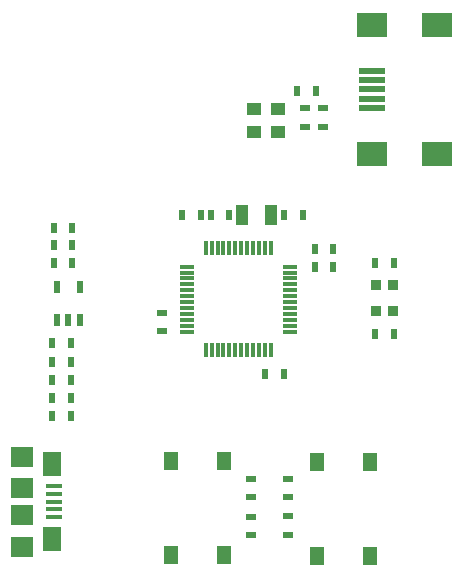
<source format=gtp>
G04*
G04 #@! TF.GenerationSoftware,Altium Limited,Altium Designer,18.1.5 (160)*
G04*
G04 Layer_Color=8421504*
%FSLAX25Y25*%
%MOIN*%
G70*
G01*
G75*
%ADD16R,0.09843X0.07874*%
%ADD17R,0.09055X0.02165*%
%ADD18R,0.03937X0.07087*%
%ADD19R,0.01968X0.03543*%
%ADD20R,0.02362X0.04331*%
%ADD21R,0.05118X0.06102*%
%ADD22R,0.01181X0.04724*%
%ADD23R,0.04724X0.01181*%
%ADD24R,0.05315X0.01575*%
%ADD25R,0.07480X0.07087*%
%ADD26R,0.06299X0.08268*%
%ADD27R,0.03543X0.01968*%
%ADD28R,0.03347X0.03740*%
%ADD29R,0.05118X0.03937*%
D16*
X144882Y234842D02*
D03*
Y191929D02*
D03*
X123228Y234842D02*
D03*
Y191929D02*
D03*
D17*
Y213386D02*
D03*
Y216535D02*
D03*
Y219685D02*
D03*
Y210236D02*
D03*
Y207087D02*
D03*
D18*
X89567Y171653D02*
D03*
X79724D02*
D03*
D19*
X22610Y122587D02*
D03*
X16390D02*
D03*
X22610Y128740D02*
D03*
X16390D02*
D03*
X110197Y154331D02*
D03*
X103976D02*
D03*
X66102Y171653D02*
D03*
X59882D02*
D03*
X130276Y131890D02*
D03*
X124055D02*
D03*
X130276Y155512D02*
D03*
X124055D02*
D03*
X69331Y171653D02*
D03*
X75551D02*
D03*
X99961D02*
D03*
X93740D02*
D03*
X16390Y104500D02*
D03*
X22610D02*
D03*
Y110500D02*
D03*
X16390D02*
D03*
X22610Y116500D02*
D03*
X16390D02*
D03*
X104457Y213000D02*
D03*
X98236D02*
D03*
X103976Y160236D02*
D03*
X110197D02*
D03*
X87441Y118504D02*
D03*
X93661D02*
D03*
X23189Y155512D02*
D03*
X16969D02*
D03*
Y167323D02*
D03*
X23189D02*
D03*
X23189Y161417D02*
D03*
X16969D02*
D03*
D20*
X25591Y147638D02*
D03*
Y136614D02*
D03*
X21850D02*
D03*
X18110Y147638D02*
D03*
Y136614D02*
D03*
D21*
X56142Y89650D02*
D03*
X73858D02*
D03*
Y58350D02*
D03*
X56142D02*
D03*
X122358Y57850D02*
D03*
X104642D02*
D03*
Y89150D02*
D03*
X122358D02*
D03*
D22*
X89327Y160626D02*
D03*
X87358D02*
D03*
X85390D02*
D03*
X83421D02*
D03*
X81453D02*
D03*
X79484D02*
D03*
X77516D02*
D03*
X75547D02*
D03*
X73579D02*
D03*
X71610D02*
D03*
X69642D02*
D03*
X67673D02*
D03*
Y126374D02*
D03*
X69642D02*
D03*
X71610D02*
D03*
X73579D02*
D03*
X75547D02*
D03*
X77516D02*
D03*
X79484D02*
D03*
X85390D02*
D03*
X87358D02*
D03*
X89327D02*
D03*
X83421D02*
D03*
X81453D02*
D03*
D23*
X61374Y154327D02*
D03*
Y152358D02*
D03*
Y150390D02*
D03*
Y148421D02*
D03*
Y146453D02*
D03*
Y144484D02*
D03*
Y142516D02*
D03*
Y140547D02*
D03*
Y138579D02*
D03*
Y136610D02*
D03*
Y134642D02*
D03*
Y132673D02*
D03*
X95626D02*
D03*
Y134642D02*
D03*
Y136610D02*
D03*
Y138579D02*
D03*
Y140547D02*
D03*
Y142516D02*
D03*
Y144484D02*
D03*
Y146453D02*
D03*
Y148421D02*
D03*
Y150390D02*
D03*
Y152358D02*
D03*
Y154327D02*
D03*
D24*
X17031Y70854D02*
D03*
Y81090D02*
D03*
Y78531D02*
D03*
Y73413D02*
D03*
Y75972D02*
D03*
D25*
X6500Y90933D02*
D03*
Y61012D02*
D03*
Y80500D02*
D03*
Y71445D02*
D03*
D26*
X16539Y88374D02*
D03*
Y63571D02*
D03*
D27*
X100643Y200980D02*
D03*
Y207200D02*
D03*
X82731Y64780D02*
D03*
Y71000D02*
D03*
Y83610D02*
D03*
Y77390D02*
D03*
X95231Y64890D02*
D03*
Y71110D02*
D03*
Y83610D02*
D03*
Y77390D02*
D03*
X53150Y138937D02*
D03*
Y132717D02*
D03*
X106693Y200980D02*
D03*
Y207200D02*
D03*
D28*
X130181Y148067D02*
D03*
X124276D02*
D03*
X130181Y139370D02*
D03*
X124276D02*
D03*
D29*
X91732Y206968D02*
D03*
Y199331D02*
D03*
X83858Y206968D02*
D03*
Y199331D02*
D03*
M02*

</source>
